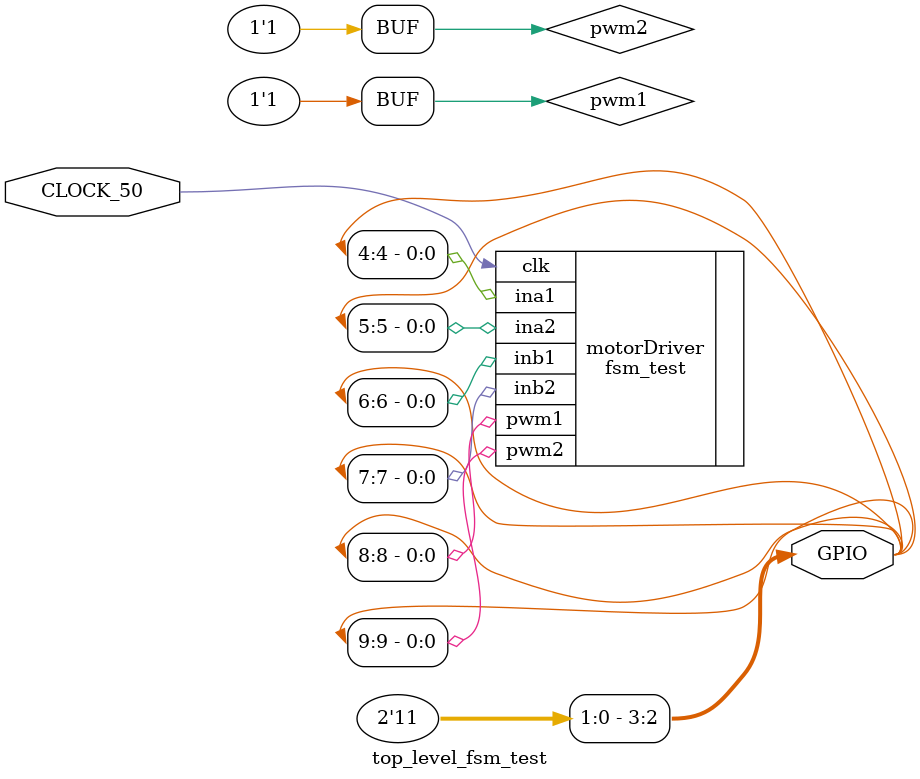
<source format=sv>
module top_level_fsm_test (
    input logic CLOCK_50,
    output logic [9:2] GPIO
);

    assign pwm1 = 1'b1;
	assign pwm2 = 1'b1;

    assign GPIO[2] = 1;
    assign GPIO[3] = 1;
    // assign GPIO[8] = pwm1;
    // assign GPIO[9] = pwm2;

    fsm_test motorDriver(
            .clk(CLOCK_50),
            .pwm1(GPIO[8]),
            .pwm2(GPIO[9]), 
            .ina1(GPIO[4]), 
            .inb1(GPIO[6]),
            .ina2(GPIO[5]),
            .inb2(GPIO[7])
    );

endmodule

</source>
